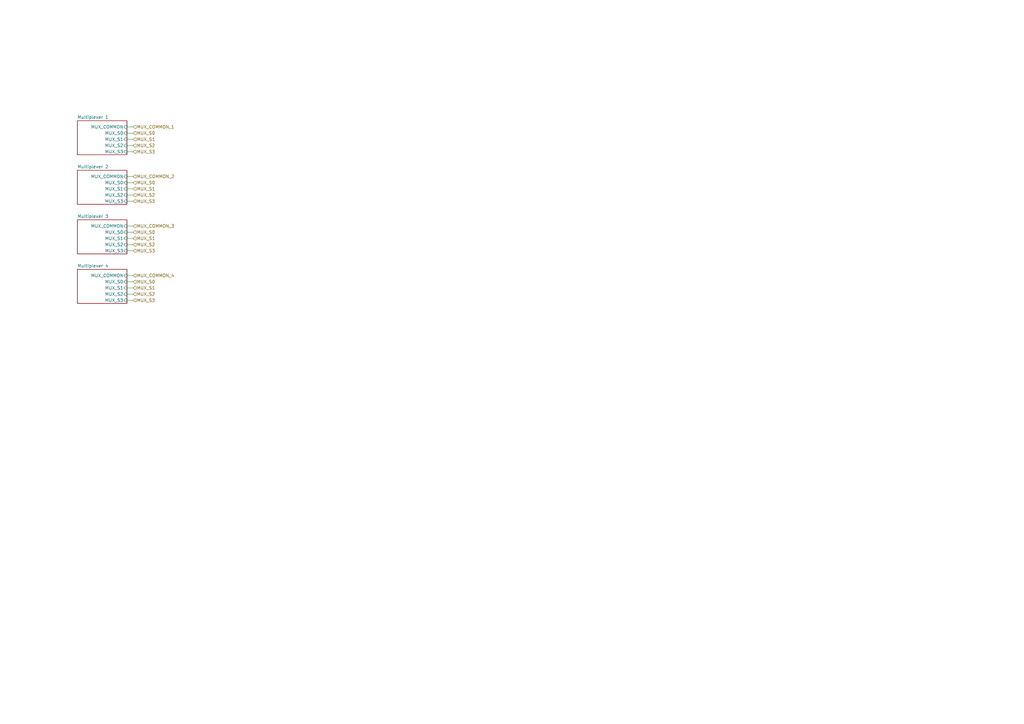
<source format=kicad_sch>
(kicad_sch (version 20211123) (generator eeschema)
  (paper "A3")
  (lib_symbols)
  (wire (pts (xy 52.07 118.11) (xy 54.61 118.11)))
  (wire (pts (xy 52.07 113.03) (xy 54.61 113.03)))
  (wire (pts (xy 52.07 54.61) (xy 54.61 54.61)))
  (wire (pts (xy 52.07 80.01) (xy 54.61 80.01)))
  (wire (pts (xy 52.07 82.55) (xy 54.61 82.55)))
  (wire (pts (xy 52.07 92.71) (xy 54.61 92.71)))
  (wire (pts (xy 52.07 102.87) (xy 54.61 102.87)))
  (wire (pts (xy 52.07 74.93) (xy 54.61 74.93)))
  (wire (pts (xy 52.07 123.19) (xy 54.61 123.19)))
  (wire (pts (xy 52.07 52.07) (xy 54.61 52.07)))
  (wire (pts (xy 52.07 115.57) (xy 54.61 115.57)))
  (wire (pts (xy 52.07 59.69) (xy 54.61 59.69)))
  (wire (pts (xy 52.07 120.65) (xy 54.61 120.65)))
  (wire (pts (xy 52.07 57.15) (xy 54.61 57.15)))
  (wire (pts (xy 52.07 100.33) (xy 54.61 100.33)))
  (wire (pts (xy 52.07 77.47) (xy 54.61 77.47)))
  (wire (pts (xy 52.07 97.79) (xy 54.61 97.79)))
  (wire (pts (xy 52.07 72.39) (xy 54.61 72.39)))
  (wire (pts (xy 52.07 95.25) (xy 54.61 95.25)))
  (wire (pts (xy 52.07 62.23) (xy 54.61 62.23)))
  (hierarchical_label "MUX_S3" (shape input) (at 54.61 123.19 0))
  (hierarchical_label "MUX_S0" (shape input) (at 54.61 115.57 0))
  (hierarchical_label "MUX_S2" (shape input) (at 54.61 100.33 0))
  (hierarchical_label "MUX_S2" (shape input) (at 54.61 120.65 0))
  (hierarchical_label "MUX_S3" (shape input) (at 54.61 102.87 0))
  (hierarchical_label "MUX_S2" (shape input) (at 54.61 80.01 0))
  (hierarchical_label "MUX_S1" (shape input) (at 54.61 97.79 0))
  (hierarchical_label "MUX_S1" (shape input) (at 54.61 57.15 0))
  (hierarchical_label "MUX_S2" (shape input) (at 54.61 59.69 0))
  (hierarchical_label "MUX_S3" (shape input) (at 54.61 82.55 0))
  (hierarchical_label "MUX_S1" (shape input) (at 54.61 118.11 0))
  (hierarchical_label "MUX_COMMON_4" (shape input) (at 54.61 113.03 0))
  (hierarchical_label "MUX_S0" (shape input) (at 54.61 54.61 0))
  (hierarchical_label "MUX_S0" (shape input) (at 54.61 74.93 0))
  (hierarchical_label "MUX_S1" (shape input) (at 54.61 77.47 0))
  (hierarchical_label "MUX_COMMON_1" (shape input) (at 54.61 52.07 0))
  (hierarchical_label "MUX_S0" (shape input) (at 54.61 95.25 0))
  (hierarchical_label "MUX_COMMON_2" (shape input) (at 54.61 72.39 0))
  (hierarchical_label "MUX_S3" (shape input) (at 54.61 62.23 0))
  (hierarchical_label "MUX_COMMON_3" (shape input) (at 54.61 92.71 0))
  (sheet (at 31.75 69.85) (size 20.32 13.97) (stroke (width 0.1524))
    (property "Sheet name" "Multiplexer 2" (at 31.75 69.1384 0) (effects (justify left bottom)))
    (property "Sheet file" "Analog_Multiplexer.kicad_sch" (effects hide))
    (pin "MUX_COMMON" input (at 52.07 72.39 0))
    (pin "MUX_S2" input (at 52.07 80.01 0))
    (pin "MUX_S0" input (at 52.07 74.93 0))
    (pin "MUX_S1" input (at 52.07 77.47 0))
    (pin "MUX_S3" input (at 52.07 82.55 0))
  )
  (sheet (at 31.75 49.53) (size 20.32 13.97) (stroke (width 0.1524))
    (property "Sheet name" "Multiplexer 1" (at 31.75 48.8184 0) (effects (justify left bottom)))
    (property "Sheet file" "Analog_Multiplexer.kicad_sch" (effects hide))
    (pin "MUX_COMMON" input (at 52.07 52.07 0))
    (pin "MUX_S2" input (at 52.07 59.69 0))
    (pin "MUX_S0" input (at 52.07 54.61 0))
    (pin "MUX_S1" input (at 52.07 57.15 0))
    (pin "MUX_S3" input (at 52.07 62.23 0))
  )
  (sheet (at 31.75 110.49) (size 20.32 13.97) (stroke (width 0.1524))
    (property "Sheet name" "Multiplexer 4" (at 31.75 109.7784 0) (effects (justify left bottom)))
    (property "Sheet file" "Analog_Multiplexer.kicad_sch" (effects hide))
    (pin "MUX_COMMON" input (at 52.07 113.03 0))
    (pin "MUX_S2" input (at 52.07 120.65 0))
    (pin "MUX_S0" input (at 52.07 115.57 0))
    (pin "MUX_S1" input (at 52.07 118.11 0))
    (pin "MUX_S3" input (at 52.07 123.19 0))
  )
  (sheet (at 31.75 90.17) (size 20.32 13.97) (stroke (width 0.1524))
    (property "Sheet name" "Multiplexer 3" (at 31.75 89.4584 0) (effects (justify left bottom)))
    (property "Sheet file" "Analog_Multiplexer.kicad_sch" (effects hide))
    (pin "MUX_COMMON" input (at 52.07 92.71 0))
    (pin "MUX_S2" input (at 52.07 100.33 0))
    (pin "MUX_S0" input (at 52.07 95.25 0))
    (pin "MUX_S1" input (at 52.07 97.79 0))
    (pin "MUX_S3" input (at 52.07 102.87 0))
  )
)
</source>
